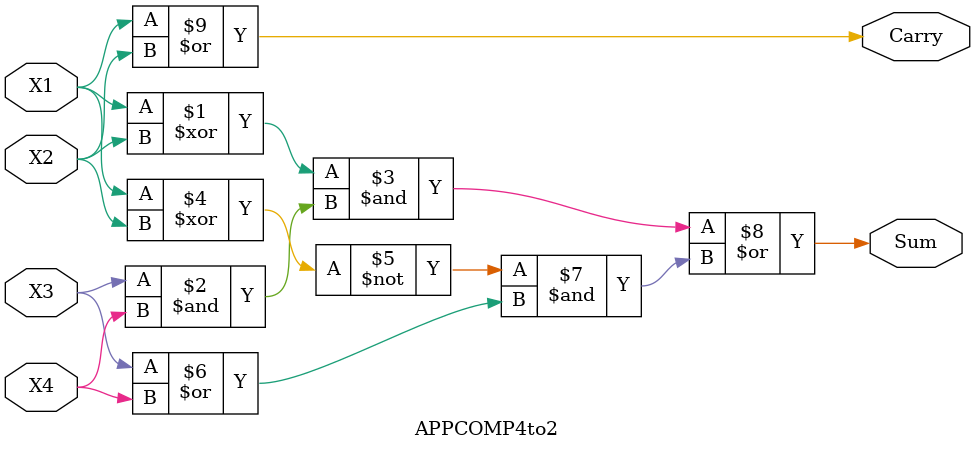
<source format=v>
 `timescale 1ps / 1ps

module APPCOMP4to2 (X1, X2, X3, X4, Sum, Carry);
  
 input X1, X2, X3, X4; 
 output Carry, Sum; 
 assign Sum = (X1^X2) & (X3&X4) | (~(X1^X2)) & (X3|X4);
 assign Carry = X1 | X2 ;

endmodule

</source>
